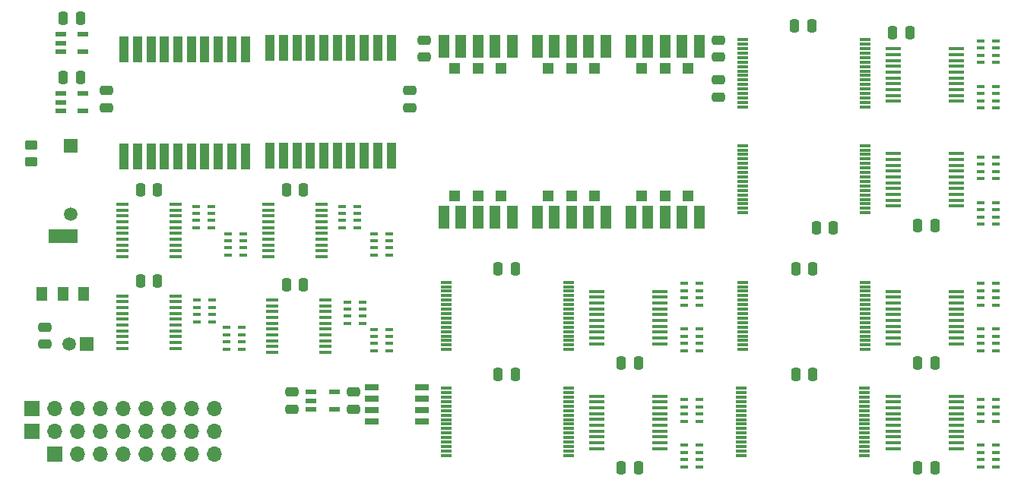
<source format=gts>
%TF.GenerationSoftware,KiCad,Pcbnew,8.0.7*%
%TF.CreationDate,2025-01-03T14:41:36+02:00*%
%TF.ProjectId,W65C816 Opcode Display,57363543-3831-4362-904f-70636f646520,V1*%
%TF.SameCoordinates,Original*%
%TF.FileFunction,Soldermask,Top*%
%TF.FilePolarity,Negative*%
%FSLAX46Y46*%
G04 Gerber Fmt 4.6, Leading zero omitted, Abs format (unit mm)*
G04 Created by KiCad (PCBNEW 8.0.7) date 2025-01-03 14:41:36*
%MOMM*%
%LPD*%
G01*
G04 APERTURE LIST*
G04 Aperture macros list*
%AMRoundRect*
0 Rectangle with rounded corners*
0 $1 Rounding radius*
0 $2 $3 $4 $5 $6 $7 $8 $9 X,Y pos of 4 corners*
0 Add a 4 corners polygon primitive as box body*
4,1,4,$2,$3,$4,$5,$6,$7,$8,$9,$2,$3,0*
0 Add four circle primitives for the rounded corners*
1,1,$1+$1,$2,$3*
1,1,$1+$1,$4,$5*
1,1,$1+$1,$6,$7*
1,1,$1+$1,$8,$9*
0 Add four rect primitives between the rounded corners*
20,1,$1+$1,$2,$3,$4,$5,0*
20,1,$1+$1,$4,$5,$6,$7,0*
20,1,$1+$1,$6,$7,$8,$9,0*
20,1,$1+$1,$8,$9,$2,$3,0*%
G04 Aperture macros list end*
%ADD10RoundRect,0.250000X-0.250000X-0.475000X0.250000X-0.475000X0.250000X0.475000X-0.250000X0.475000X0*%
%ADD11RoundRect,0.250000X0.475000X-0.250000X0.475000X0.250000X-0.475000X0.250000X-0.475000X-0.250000X0*%
%ADD12R,1.200000X2.500000*%
%ADD13R,1.300000X1.300000*%
%ADD14R,1.500000X0.700000*%
%ADD15R,0.900000X0.450000*%
%ADD16RoundRect,0.250000X0.250000X0.475000X-0.250000X0.475000X-0.250000X-0.475000X0.250000X-0.475000X0*%
%ADD17R,1.475000X0.450000*%
%ADD18R,1.300000X0.300000*%
%ADD19R,1.509000X1.509000*%
%ADD20C,1.509000*%
%ADD21RoundRect,0.250000X-0.450000X0.262500X-0.450000X-0.262500X0.450000X-0.262500X0.450000X0.262500X0*%
%ADD22R,1.250000X0.600000*%
%ADD23R,1.000000X3.000000*%
%ADD24RoundRect,0.250000X-0.475000X0.250000X-0.475000X-0.250000X0.475000X-0.250000X0.475000X0.250000X0*%
%ADD25R,1.800000X0.450000*%
%ADD26R,1.200000X1.500000*%
%ADD27R,3.300000X1.500000*%
%ADD28R,1.500000X1.500000*%
%ADD29C,1.500000*%
%ADD30R,1.150000X0.600000*%
%ADD31R,1.700000X1.700000*%
%ADD32O,1.700000X1.700000*%
G04 APERTURE END LIST*
D10*
%TO.C,C11*%
X98634000Y-1524000D03*
X100534000Y-1524000D03*
%TD*%
D11*
%TO.C,C7*%
X35814000Y5035000D03*
X35814000Y6935000D03*
%TD*%
D12*
%TO.C,DS4*%
X66685000Y26441000D03*
X68585000Y26441000D03*
X70485000Y26441000D03*
X72385000Y26441000D03*
X74285000Y26441000D03*
D13*
X73085000Y28841000D03*
X70485000Y28841000D03*
X67885000Y28841000D03*
X67885000Y43041000D03*
X70485000Y43041000D03*
X73085000Y43041000D03*
D12*
X74285000Y45441000D03*
X72385000Y45441000D03*
X70485000Y45441000D03*
X68585000Y45441000D03*
X66685000Y45441000D03*
%TD*%
D10*
%TO.C,C29*%
X65614000Y-1524000D03*
X67514000Y-1524000D03*
%TD*%
%TO.C,C16*%
X51898000Y8890000D03*
X53798000Y8890000D03*
%TD*%
D14*
%TO.C,IC18*%
X37865000Y7493000D03*
X37865000Y6223000D03*
X37865000Y4953000D03*
X37865000Y3683000D03*
X43415000Y3683000D03*
X43415000Y4953000D03*
X43415000Y6223000D03*
X43415000Y7493000D03*
%TD*%
D11*
%TO.C,C3*%
X1397000Y12274000D03*
X1397000Y14174000D03*
%TD*%
D15*
%TO.C,RN18*%
X107364000Y43701000D03*
X107364000Y44501000D03*
X107364000Y45301000D03*
X107364000Y46101000D03*
X105664000Y46101000D03*
X105664000Y45301000D03*
X105664000Y44501000D03*
X105664000Y43701000D03*
%TD*%
%TO.C,RN2*%
X107364000Y16650000D03*
X107364000Y17450000D03*
X107364000Y18250000D03*
X107364000Y19050000D03*
X105664000Y19050000D03*
X105664000Y18250000D03*
X105664000Y17450000D03*
X105664000Y16650000D03*
%TD*%
%TO.C,RN5*%
X74344000Y11570000D03*
X74344000Y12370000D03*
X74344000Y13170000D03*
X74344000Y13970000D03*
X72644000Y13970000D03*
X72644000Y13170000D03*
X72644000Y12370000D03*
X72644000Y11570000D03*
%TD*%
D10*
%TO.C,C28*%
X87331000Y25273000D03*
X89231000Y25273000D03*
%TD*%
D15*
%TO.C,RN12*%
X23329000Y11734800D03*
X23329000Y12534800D03*
X23329000Y13334800D03*
X23329000Y14134800D03*
X21629000Y14134800D03*
X21629000Y13334800D03*
X21629000Y12534800D03*
X21629000Y11734800D03*
%TD*%
D16*
%TO.C,C22*%
X5379000Y42037000D03*
X3479000Y42037000D03*
%TD*%
D15*
%TO.C,RN8*%
X39783500Y11542300D03*
X39783500Y12342300D03*
X39783500Y13142300D03*
X39783500Y13942300D03*
X38083500Y13942300D03*
X38083500Y13142300D03*
X38083500Y12342300D03*
X38083500Y11542300D03*
%TD*%
D17*
%TO.C,IC15*%
X10087500Y17657000D03*
X10087500Y17007000D03*
X10087500Y16357000D03*
X10087500Y15707000D03*
X10087500Y15057000D03*
X10087500Y14407000D03*
X10087500Y13757000D03*
X10087500Y13107000D03*
X10087500Y12457000D03*
X10087500Y11807000D03*
X15963500Y11807000D03*
X15963500Y12457000D03*
X15963500Y13107000D03*
X15963500Y13757000D03*
X15963500Y14407000D03*
X15963500Y15057000D03*
X15963500Y15707000D03*
X15963500Y16357000D03*
X15963500Y17007000D03*
X15963500Y17657000D03*
%TD*%
D15*
%TO.C,RN16*%
X74344000Y-1384000D03*
X74344000Y-584000D03*
X74344000Y216000D03*
X74344000Y1016000D03*
X72644000Y1016000D03*
X72644000Y216000D03*
X72644000Y-584000D03*
X72644000Y-1384000D03*
%TD*%
D10*
%TO.C,C17*%
X98634000Y25527000D03*
X100534000Y25527000D03*
%TD*%
D15*
%TO.C,RN14*%
X20027000Y14782800D03*
X20027000Y15582800D03*
X20027000Y16382800D03*
X20027000Y17182800D03*
X18327000Y17182800D03*
X18327000Y16382800D03*
X18327000Y15582800D03*
X18327000Y14782800D03*
%TD*%
D18*
%TO.C,IC23*%
X46101000Y7366000D03*
X46101000Y6866000D03*
X46101000Y6366000D03*
X46101000Y5866000D03*
X46101000Y5366000D03*
X46101000Y4866000D03*
X46101000Y4366000D03*
X46101000Y3866000D03*
X46101000Y3366000D03*
X46101000Y2866000D03*
X46101000Y2366000D03*
X46101000Y1866000D03*
X46101000Y1366000D03*
X46101000Y866000D03*
X46101000Y366000D03*
X46101000Y-134000D03*
X59801000Y-134000D03*
X59801000Y366000D03*
X59801000Y866000D03*
X59801000Y1366000D03*
X59801000Y1866000D03*
X59801000Y2366000D03*
X59801000Y2866000D03*
X59801000Y3366000D03*
X59801000Y3866000D03*
X59801000Y4366000D03*
X59801000Y4866000D03*
X59801000Y5366000D03*
X59801000Y5866000D03*
X59801000Y6366000D03*
X59801000Y6866000D03*
X59801000Y7366000D03*
%TD*%
D15*
%TO.C,RN1*%
X107364000Y11570000D03*
X107364000Y12370000D03*
X107364000Y13170000D03*
X107364000Y13970000D03*
X105664000Y13970000D03*
X105664000Y13170000D03*
X105664000Y12370000D03*
X105664000Y11570000D03*
%TD*%
D17*
%TO.C,IC6*%
X26343500Y27878500D03*
X26343500Y27228500D03*
X26343500Y26578500D03*
X26343500Y25928500D03*
X26343500Y25278500D03*
X26343500Y24628500D03*
X26343500Y23978500D03*
X26343500Y23328500D03*
X26343500Y22678500D03*
X26343500Y22028500D03*
X32219500Y22028500D03*
X32219500Y22678500D03*
X32219500Y23328500D03*
X32219500Y23978500D03*
X32219500Y24628500D03*
X32219500Y25278500D03*
X32219500Y25928500D03*
X32219500Y26578500D03*
X32219500Y27228500D03*
X32219500Y27878500D03*
%TD*%
%TO.C,IC14*%
X26780000Y17210500D03*
X26780000Y16560500D03*
X26780000Y15910500D03*
X26780000Y15260500D03*
X26780000Y14610500D03*
X26780000Y13960500D03*
X26780000Y13310500D03*
X26780000Y12660500D03*
X26780000Y12010500D03*
X26780000Y11360500D03*
X32656000Y11360500D03*
X32656000Y12010500D03*
X32656000Y12660500D03*
X32656000Y13310500D03*
X32656000Y13960500D03*
X32656000Y14610500D03*
X32656000Y15260500D03*
X32656000Y15910500D03*
X32656000Y16560500D03*
X32656000Y17210500D03*
%TD*%
D10*
%TO.C,C27*%
X65614000Y10160000D03*
X67514000Y10160000D03*
%TD*%
D11*
%TO.C,C8*%
X76454000Y44278000D03*
X76454000Y46178000D03*
%TD*%
D10*
%TO.C,C18*%
X95840000Y46990000D03*
X97740000Y46990000D03*
%TD*%
D19*
%TO.C,S2*%
X4318000Y34416999D03*
D20*
X4318000Y26796999D03*
%TD*%
D21*
%TO.C,R6*%
X-117000Y34440500D03*
X-117000Y32615500D03*
%TD*%
D11*
%TO.C,C4*%
X76454000Y39833000D03*
X76454000Y41733000D03*
%TD*%
D15*
%TO.C,RN3*%
X107364000Y3696000D03*
X107364000Y4496000D03*
X107364000Y5296000D03*
X107364000Y6096000D03*
X105664000Y6096000D03*
X105664000Y5296000D03*
X105664000Y4496000D03*
X105664000Y3696000D03*
%TD*%
D18*
%TO.C,IC21*%
X46101000Y19177000D03*
X46101000Y18677000D03*
X46101000Y18177000D03*
X46101000Y17677000D03*
X46101000Y17177000D03*
X46101000Y16677000D03*
X46101000Y16177000D03*
X46101000Y15677000D03*
X46101000Y15177000D03*
X46101000Y14677000D03*
X46101000Y14177000D03*
X46101000Y13677000D03*
X46101000Y13177000D03*
X46101000Y12677000D03*
X46101000Y12177000D03*
X46101000Y11677000D03*
X59801000Y11677000D03*
X59801000Y12177000D03*
X59801000Y12677000D03*
X59801000Y13177000D03*
X59801000Y13677000D03*
X59801000Y14177000D03*
X59801000Y14677000D03*
X59801000Y15177000D03*
X59801000Y15677000D03*
X59801000Y16177000D03*
X59801000Y16677000D03*
X59801000Y17177000D03*
X59801000Y17677000D03*
X59801000Y18177000D03*
X59801000Y18677000D03*
X59801000Y19177000D03*
%TD*%
D16*
%TO.C,C13*%
X5379000Y48641000D03*
X3479000Y48641000D03*
%TD*%
D22*
%TO.C,IC1*%
X3195000Y46797000D03*
X3195000Y45847000D03*
X3195000Y44897000D03*
X5695000Y44897000D03*
X5695000Y46797000D03*
%TD*%
D23*
%TO.C,DS2*%
X26505000Y33300500D03*
X28005000Y33300500D03*
X29505000Y33300500D03*
X31005000Y33300500D03*
X32505000Y33300500D03*
X34005000Y33300500D03*
X35505000Y33300500D03*
X37005000Y33300500D03*
X38505000Y33300500D03*
X40005000Y33300500D03*
X40005000Y45300500D03*
X38505000Y45300500D03*
X37005000Y45300500D03*
X35505000Y45300500D03*
X34005000Y45300500D03*
X32505000Y45300500D03*
X31005000Y45300500D03*
X29505000Y45300500D03*
X28005000Y45300500D03*
X26505000Y45300500D03*
%TD*%
D10*
%TO.C,C26*%
X84918000Y47752000D03*
X86818000Y47752000D03*
%TD*%
D11*
%TO.C,C5*%
X43688000Y44278000D03*
X43688000Y46178000D03*
%TD*%
D24*
%TO.C,C9*%
X8255000Y40558000D03*
X8255000Y38658000D03*
%TD*%
D10*
%TO.C,C21*%
X98634000Y10160000D03*
X100534000Y10160000D03*
%TD*%
D25*
%TO.C,IC9*%
X102985000Y627000D03*
X102985000Y1277000D03*
X102985000Y1927000D03*
X102985000Y2577000D03*
X102985000Y3227000D03*
X102985000Y3877000D03*
X102985000Y4527000D03*
X102985000Y5177000D03*
X102985000Y5827000D03*
X102985000Y6477000D03*
X95885000Y6477000D03*
X95885000Y5827000D03*
X95885000Y5177000D03*
X95885000Y4527000D03*
X95885000Y3877000D03*
X95885000Y3227000D03*
X95885000Y2577000D03*
X95885000Y1927000D03*
X95885000Y1277000D03*
X95885000Y627000D03*
%TD*%
D10*
%TO.C,C10*%
X85045000Y20701000D03*
X86945000Y20701000D03*
%TD*%
D11*
%TO.C,C6*%
X28956000Y5035000D03*
X28956000Y6935000D03*
%TD*%
D15*
%TO.C,RN11*%
X36227500Y25258300D03*
X36227500Y26058300D03*
X36227500Y26858300D03*
X36227500Y27658300D03*
X34527500Y27658300D03*
X34527500Y26858300D03*
X34527500Y26058300D03*
X34527500Y25258300D03*
%TD*%
%TO.C,RN20*%
X107364000Y25667000D03*
X107364000Y26467000D03*
X107364000Y27267000D03*
X107364000Y28067000D03*
X105664000Y28067000D03*
X105664000Y27267000D03*
X105664000Y26467000D03*
X105664000Y25667000D03*
%TD*%
D10*
%TO.C,C20*%
X51898000Y20701000D03*
X53798000Y20701000D03*
%TD*%
D25*
%TO.C,IC16*%
X102985000Y27678000D03*
X102985000Y28328000D03*
X102985000Y28978000D03*
X102985000Y29628000D03*
X102985000Y30278000D03*
X102985000Y30928000D03*
X102985000Y31578000D03*
X102985000Y32228000D03*
X102985000Y32878000D03*
X102985000Y33528000D03*
X95885000Y33528000D03*
X95885000Y32878000D03*
X95885000Y32228000D03*
X95885000Y31578000D03*
X95885000Y30928000D03*
X95885000Y30278000D03*
X95885000Y29628000D03*
X95885000Y28978000D03*
X95885000Y28328000D03*
X95885000Y27678000D03*
%TD*%
D22*
%TO.C,IC17*%
X3195000Y40193000D03*
X3195000Y39243000D03*
X3195000Y38293000D03*
X5695000Y38293000D03*
X5695000Y40193000D03*
%TD*%
D12*
%TO.C,DS1*%
X56271000Y26441000D03*
X58171000Y26441000D03*
X60071000Y26441000D03*
X61971000Y26441000D03*
X63871000Y26441000D03*
D13*
X62671000Y28841000D03*
X60071000Y28841000D03*
X57471000Y28841000D03*
X57471000Y43041000D03*
X60071000Y43041000D03*
X62671000Y43041000D03*
D12*
X63871000Y45441000D03*
X61971000Y45441000D03*
X60071000Y45441000D03*
X58171000Y45441000D03*
X56271000Y45441000D03*
%TD*%
D18*
%TO.C,IC4*%
X79121000Y19177000D03*
X79121000Y18677000D03*
X79121000Y18177000D03*
X79121000Y17677000D03*
X79121000Y17177000D03*
X79121000Y16677000D03*
X79121000Y16177000D03*
X79121000Y15677000D03*
X79121000Y15177000D03*
X79121000Y14677000D03*
X79121000Y14177000D03*
X79121000Y13677000D03*
X79121000Y13177000D03*
X79121000Y12677000D03*
X79121000Y12177000D03*
X79121000Y11677000D03*
X92821000Y11677000D03*
X92821000Y12177000D03*
X92821000Y12677000D03*
X92821000Y13177000D03*
X92821000Y13677000D03*
X92821000Y14177000D03*
X92821000Y14677000D03*
X92821000Y15177000D03*
X92821000Y15677000D03*
X92821000Y16177000D03*
X92821000Y16677000D03*
X92821000Y17177000D03*
X92821000Y17677000D03*
X92821000Y18177000D03*
X92821000Y18677000D03*
X92821000Y19177000D03*
%TD*%
D15*
%TO.C,RN19*%
X107364000Y30747000D03*
X107364000Y31547000D03*
X107364000Y32347000D03*
X107364000Y33147000D03*
X105664000Y33147000D03*
X105664000Y32347000D03*
X105664000Y31547000D03*
X105664000Y30747000D03*
%TD*%
D16*
%TO.C,C2*%
X30215500Y18857500D03*
X28315500Y18857500D03*
%TD*%
D15*
%TO.C,RN17*%
X107364000Y38621000D03*
X107364000Y39421000D03*
X107364000Y40221000D03*
X107364000Y41021000D03*
X105664000Y41021000D03*
X105664000Y40221000D03*
X105664000Y39421000D03*
X105664000Y38621000D03*
%TD*%
D10*
%TO.C,C12*%
X85045000Y8890000D03*
X86945000Y8890000D03*
%TD*%
D16*
%TO.C,C14*%
X13965000Y29464000D03*
X12065000Y29464000D03*
%TD*%
D26*
%TO.C,IC2*%
X1129000Y17882000D03*
X3429000Y17882000D03*
X5729000Y17882000D03*
D27*
X3429000Y24282000D03*
%TD*%
D16*
%TO.C,C15*%
X30215500Y29464000D03*
X28315500Y29464000D03*
%TD*%
D17*
%TO.C,IC7*%
X10087500Y27878500D03*
X10087500Y27228500D03*
X10087500Y26578500D03*
X10087500Y25928500D03*
X10087500Y25278500D03*
X10087500Y24628500D03*
X10087500Y23978500D03*
X10087500Y23328500D03*
X10087500Y22678500D03*
X10087500Y22028500D03*
X15963500Y22028500D03*
X15963500Y22678500D03*
X15963500Y23328500D03*
X15963500Y23978500D03*
X15963500Y24628500D03*
X15963500Y25278500D03*
X15963500Y25928500D03*
X15963500Y26578500D03*
X15963500Y27228500D03*
X15963500Y27878500D03*
%TD*%
D15*
%TO.C,RN7*%
X74344000Y3696000D03*
X74344000Y4496000D03*
X74344000Y5296000D03*
X74344000Y6096000D03*
X72644000Y6096000D03*
X72644000Y5296000D03*
X72644000Y4496000D03*
X72644000Y3696000D03*
%TD*%
%TO.C,RN6*%
X74344000Y16650000D03*
X74344000Y17450000D03*
X74344000Y18250000D03*
X74344000Y19050000D03*
X72644000Y19050000D03*
X72644000Y18250000D03*
X72644000Y17450000D03*
X72644000Y16650000D03*
%TD*%
D25*
%TO.C,IC12*%
X102985000Y39362000D03*
X102985000Y40012000D03*
X102985000Y40662000D03*
X102985000Y41312000D03*
X102985000Y41962000D03*
X102985000Y42612000D03*
X102985000Y43262000D03*
X102985000Y43912000D03*
X102985000Y44562000D03*
X102985000Y45212000D03*
X95885000Y45212000D03*
X95885000Y44562000D03*
X95885000Y43912000D03*
X95885000Y43262000D03*
X95885000Y42612000D03*
X95885000Y41962000D03*
X95885000Y41312000D03*
X95885000Y40662000D03*
X95885000Y40012000D03*
X95885000Y39362000D03*
%TD*%
D18*
%TO.C,IC13*%
X79121000Y34417000D03*
X79121000Y33917000D03*
X79121000Y33417000D03*
X79121000Y32917000D03*
X79121000Y32417000D03*
X79121000Y31917000D03*
X79121000Y31417000D03*
X79121000Y30917000D03*
X79121000Y30417000D03*
X79121000Y29917000D03*
X79121000Y29417000D03*
X79121000Y28917000D03*
X79121000Y28417000D03*
X79121000Y27917000D03*
X79121000Y27417000D03*
X79121000Y26917000D03*
X92821000Y26917000D03*
X92821000Y27417000D03*
X92821000Y27917000D03*
X92821000Y28417000D03*
X92821000Y28917000D03*
X92821000Y29417000D03*
X92821000Y29917000D03*
X92821000Y30417000D03*
X92821000Y30917000D03*
X92821000Y31417000D03*
X92821000Y31917000D03*
X92821000Y32417000D03*
X92821000Y32917000D03*
X92821000Y33417000D03*
X92821000Y33917000D03*
X92821000Y34417000D03*
%TD*%
D28*
%TO.C,C1*%
X6096000Y12319000D03*
D29*
X4096000Y12319000D03*
%TD*%
D18*
%TO.C,IC8*%
X78994000Y7366000D03*
X78994000Y6866000D03*
X78994000Y6366000D03*
X78994000Y5866000D03*
X78994000Y5366000D03*
X78994000Y4866000D03*
X78994000Y4366000D03*
X78994000Y3866000D03*
X78994000Y3366000D03*
X78994000Y2866000D03*
X78994000Y2366000D03*
X78994000Y1866000D03*
X78994000Y1366000D03*
X78994000Y866000D03*
X78994000Y366000D03*
X78994000Y-134000D03*
X92694000Y-134000D03*
X92694000Y366000D03*
X92694000Y866000D03*
X92694000Y1366000D03*
X92694000Y1866000D03*
X92694000Y2366000D03*
X92694000Y2866000D03*
X92694000Y3366000D03*
X92694000Y3866000D03*
X92694000Y4366000D03*
X92694000Y4866000D03*
X92694000Y5366000D03*
X92694000Y5866000D03*
X92694000Y6366000D03*
X92694000Y6866000D03*
X92694000Y7366000D03*
%TD*%
D15*
%TO.C,RN4*%
X107364000Y-1384000D03*
X107364000Y-584000D03*
X107364000Y216000D03*
X107364000Y1016000D03*
X105664000Y1016000D03*
X105664000Y216000D03*
X105664000Y-584000D03*
X105664000Y-1384000D03*
%TD*%
D25*
%TO.C,IC22*%
X69965000Y12311000D03*
X69965000Y12961000D03*
X69965000Y13611000D03*
X69965000Y14261000D03*
X69965000Y14911000D03*
X69965000Y15561000D03*
X69965000Y16211000D03*
X69965000Y16861000D03*
X69965000Y17511000D03*
X69965000Y18161000D03*
X62865000Y18161000D03*
X62865000Y17511000D03*
X62865000Y16861000D03*
X62865000Y16211000D03*
X62865000Y15561000D03*
X62865000Y14911000D03*
X62865000Y14261000D03*
X62865000Y13611000D03*
X62865000Y12961000D03*
X62865000Y12311000D03*
%TD*%
%TO.C,IC24*%
X69965000Y627000D03*
X69965000Y1277000D03*
X69965000Y1927000D03*
X69965000Y2577000D03*
X69965000Y3227000D03*
X69965000Y3877000D03*
X69965000Y4527000D03*
X69965000Y5177000D03*
X69965000Y5827000D03*
X69965000Y6477000D03*
X62865000Y6477000D03*
X62865000Y5827000D03*
X62865000Y5177000D03*
X62865000Y4527000D03*
X62865000Y3877000D03*
X62865000Y3227000D03*
X62865000Y2577000D03*
X62865000Y1927000D03*
X62865000Y1277000D03*
X62865000Y627000D03*
%TD*%
D12*
%TO.C,DS6*%
X45857000Y26441000D03*
X47757000Y26441000D03*
X49657000Y26441000D03*
X51557000Y26441000D03*
X53457000Y26441000D03*
D13*
X52257000Y28841000D03*
X49657000Y28841000D03*
X47057000Y28841000D03*
X47057000Y43041000D03*
X49657000Y43041000D03*
X52257000Y43041000D03*
D12*
X53457000Y45441000D03*
X51557000Y45441000D03*
X49657000Y45441000D03*
X47757000Y45441000D03*
X45857000Y45441000D03*
%TD*%
D18*
%TO.C,IC11*%
X79121000Y46228000D03*
X79121000Y45728000D03*
X79121000Y45228000D03*
X79121000Y44728000D03*
X79121000Y44228000D03*
X79121000Y43728000D03*
X79121000Y43228000D03*
X79121000Y42728000D03*
X79121000Y42228000D03*
X79121000Y41728000D03*
X79121000Y41228000D03*
X79121000Y40728000D03*
X79121000Y40228000D03*
X79121000Y39728000D03*
X79121000Y39228000D03*
X79121000Y38728000D03*
X92821000Y38728000D03*
X92821000Y39228000D03*
X92821000Y39728000D03*
X92821000Y40228000D03*
X92821000Y40728000D03*
X92821000Y41228000D03*
X92821000Y41728000D03*
X92821000Y42228000D03*
X92821000Y42728000D03*
X92821000Y43228000D03*
X92821000Y43728000D03*
X92821000Y44228000D03*
X92821000Y44728000D03*
X92821000Y45228000D03*
X92821000Y45728000D03*
X92821000Y46228000D03*
%TD*%
D16*
%TO.C,C19*%
X13959500Y19304000D03*
X12059500Y19304000D03*
%TD*%
D24*
%TO.C,C23*%
X42037000Y40558000D03*
X42037000Y38658000D03*
%TD*%
D15*
%TO.C,RN15*%
X19971500Y25258300D03*
X19971500Y26058300D03*
X19971500Y26858300D03*
X19971500Y27658300D03*
X18271500Y27658300D03*
X18271500Y26858300D03*
X18271500Y26058300D03*
X18271500Y25258300D03*
%TD*%
%TO.C,RN9*%
X39783500Y22210300D03*
X39783500Y23010300D03*
X39783500Y23810300D03*
X39783500Y24610300D03*
X38083500Y24610300D03*
X38083500Y23810300D03*
X38083500Y23010300D03*
X38083500Y22210300D03*
%TD*%
%TO.C,RN10*%
X36791000Y14590300D03*
X36791000Y15390300D03*
X36791000Y16190300D03*
X36791000Y16990300D03*
X35091000Y16990300D03*
X35091000Y16190300D03*
X35091000Y15390300D03*
X35091000Y14590300D03*
%TD*%
%TO.C,RN13*%
X23527500Y22210300D03*
X23527500Y23010300D03*
X23527500Y23810300D03*
X23527500Y24610300D03*
X21827500Y24610300D03*
X21827500Y23810300D03*
X21827500Y23010300D03*
X21827500Y22210300D03*
%TD*%
D30*
%TO.C,IC10*%
X31085000Y6919000D03*
X31085000Y5969000D03*
X31085000Y5019000D03*
X33685000Y5019000D03*
X33685000Y6919000D03*
%TD*%
D23*
%TO.C,DS3*%
X10249000Y33173500D03*
X11749000Y33173500D03*
X13249000Y33173500D03*
X14749000Y33173500D03*
X16249000Y33173500D03*
X17749000Y33173500D03*
X19249000Y33173500D03*
X20749000Y33173500D03*
X22249000Y33173500D03*
X23749000Y33173500D03*
X23749000Y45173500D03*
X22249000Y45173500D03*
X20749000Y45173500D03*
X19249000Y45173500D03*
X17749000Y45173500D03*
X16249000Y45173500D03*
X14749000Y45173500D03*
X13249000Y45173500D03*
X11749000Y45173500D03*
X10249000Y45173500D03*
%TD*%
D25*
%TO.C,IC5*%
X102985000Y12311000D03*
X102985000Y12961000D03*
X102985000Y13611000D03*
X102985000Y14261000D03*
X102985000Y14911000D03*
X102985000Y15561000D03*
X102985000Y16211000D03*
X102985000Y16861000D03*
X102985000Y17511000D03*
X102985000Y18161000D03*
X95885000Y18161000D03*
X95885000Y17511000D03*
X95885000Y16861000D03*
X95885000Y16211000D03*
X95885000Y15561000D03*
X95885000Y14911000D03*
X95885000Y14261000D03*
X95885000Y13611000D03*
X95885000Y12961000D03*
X95885000Y12311000D03*
%TD*%
D31*
%TO.C,J2*%
X0Y5080000D03*
D32*
X2540000Y5080000D03*
X5079999Y5080000D03*
X7620000Y5080000D03*
X10160000Y5080000D03*
X12700000Y5080000D03*
X15240000Y5080000D03*
X17780001Y5080000D03*
X20320000Y5080000D03*
%TD*%
D31*
%TO.C,J3*%
X2540000Y0D03*
D32*
X5080000Y0D03*
X7619999Y0D03*
X10160000Y0D03*
X12700000Y0D03*
X15240000Y0D03*
X17780000Y0D03*
X20320001Y0D03*
%TD*%
D31*
%TO.C,J1*%
X0Y2540000D03*
D32*
X2540000Y2540000D03*
X5079999Y2540000D03*
X7620000Y2540000D03*
X10160000Y2540000D03*
X12700000Y2540000D03*
X15240000Y2540000D03*
X17780001Y2540000D03*
X20320000Y2540000D03*
%TD*%
M02*

</source>
